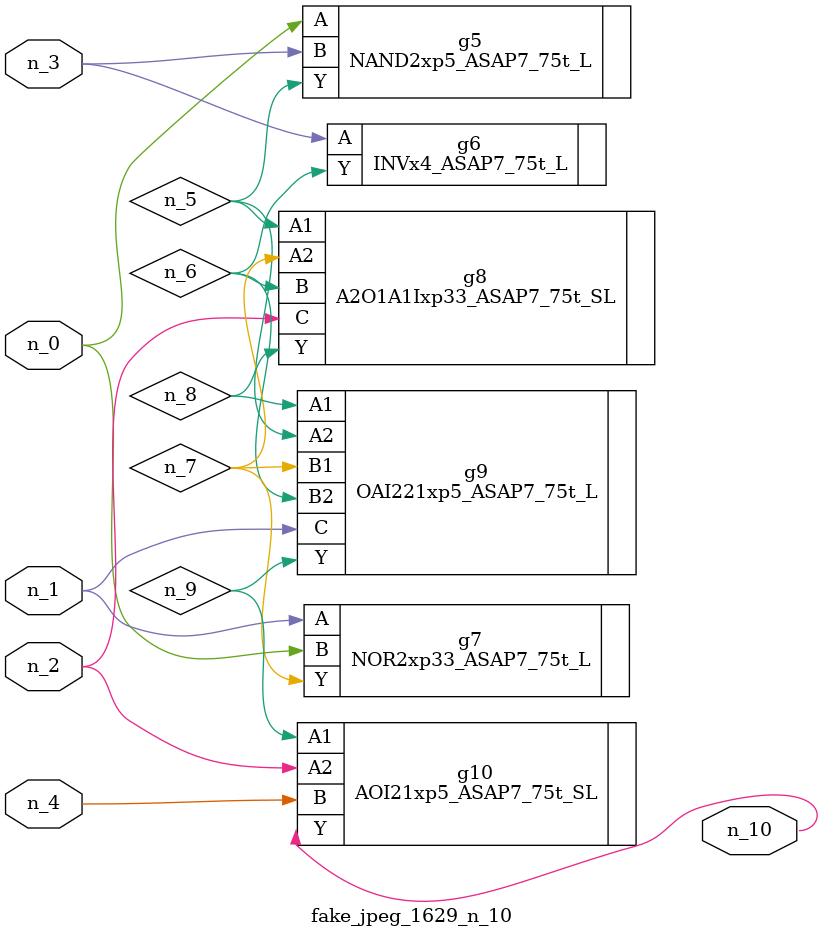
<source format=v>
module fake_jpeg_1629_n_10 (n_3, n_2, n_1, n_0, n_4, n_10);

input n_3;
input n_2;
input n_1;
input n_0;
input n_4;

output n_10;

wire n_8;
wire n_9;
wire n_6;
wire n_5;
wire n_7;

NAND2xp5_ASAP7_75t_L g5 ( 
.A(n_0),
.B(n_3),
.Y(n_5)
);

INVx4_ASAP7_75t_L g6 ( 
.A(n_3),
.Y(n_6)
);

NOR2xp33_ASAP7_75t_L g7 ( 
.A(n_1),
.B(n_0),
.Y(n_7)
);

A2O1A1Ixp33_ASAP7_75t_SL g8 ( 
.A1(n_5),
.A2(n_7),
.B(n_6),
.C(n_2),
.Y(n_8)
);

OAI221xp5_ASAP7_75t_L g9 ( 
.A1(n_8),
.A2(n_5),
.B1(n_7),
.B2(n_6),
.C(n_1),
.Y(n_9)
);

AOI21xp5_ASAP7_75t_SL g10 ( 
.A1(n_9),
.A2(n_2),
.B(n_4),
.Y(n_10)
);


endmodule
</source>
